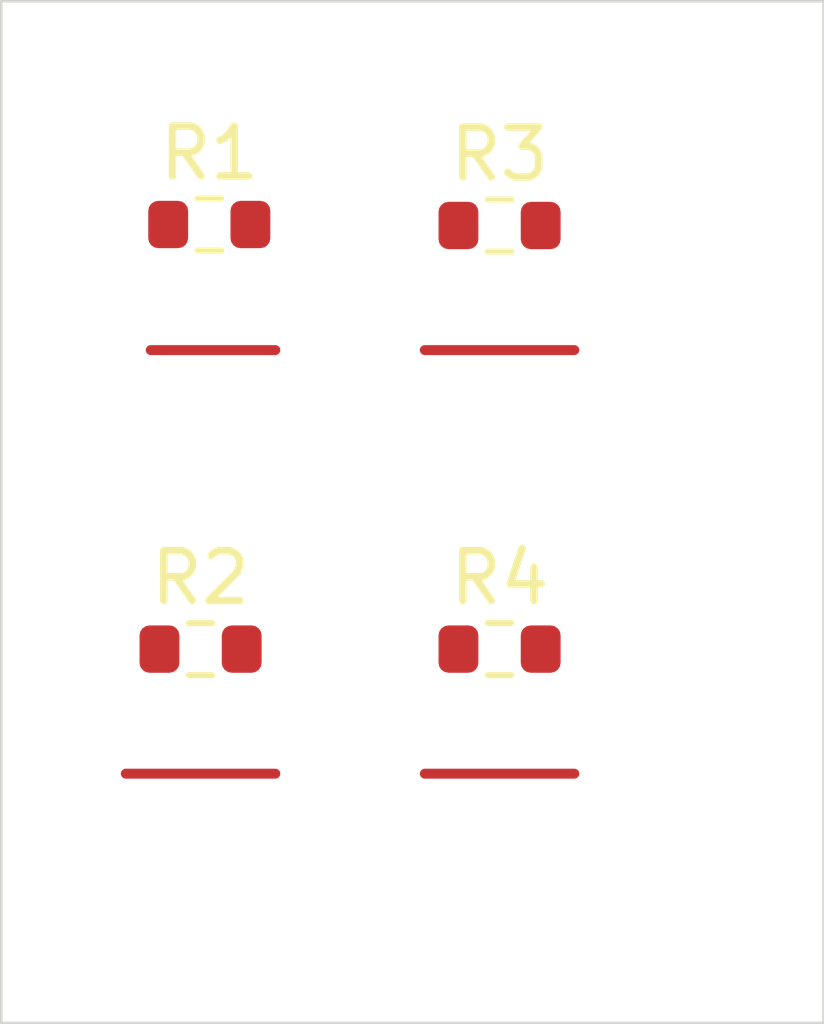
<source format=kicad_pcb>
(kicad_pcb (version 20241010) (generator "pcbnew") (generator_version "8.99")
  (layers (0 "F.Cu" signal) (2 "B.Cu" signal) (13 "F.Paste" user) (15 "B.Paste" user) (5 "F.SilkS" user "F.Silkscreen") (7 "B.SilkS" user "B.Silkscreen") (1 "F.Mask" user) (3 "B.Mask" user) (25 "Edge.Cuts" user))
  (net 0 "")
  (footprint "Resistor_SMD:R_0603_1608Metric" (layer "F.Cu") (at 101 70)
    (property "Reference" "R4" (at 0 -1.43 0) (layer "F.SilkS"))
    (property "Value" "R")
    (fp_line (start -0.237258 -0.5225) (end 0.237258 -0.5225) (stroke (width 0.12)) (layer "F.SilkS"))
    (fp_line (start -0.237258 0.5225) (end 0.237258 0.5225) (stroke (width 0.12)) (layer "F.SilkS"))
    (pad "1" smd roundrect (at -0.825 0) (size 0.8 0.95) (layers "F.Cu" "F.Mask" "F.Paste"))
    (pad "2" smd roundrect (at 0.825 0) (size 0.8 0.95) (layers "F.Cu" "F.Mask" "F.Paste"))
  )
  (footprint "Resistor_SMD:R_0603_1608Metric" (layer "F.Cu") (at 95 70)
    (property "Reference" "R2" (at 0 -1.43 0) (layer "F.SilkS"))
    (property "Value" "R")
    (fp_line (start -0.237258 -0.5225) (end 0.237258 -0.5225) (stroke (width 0.12)) (layer "F.SilkS"))
    (fp_line (start -0.237258 0.5225) (end 0.237258 0.5225) (stroke (width 0.12)) (layer "F.SilkS"))
    (pad "1" smd roundrect (at -0.825 0) (size 0.8 0.95) (layers "F.Cu" "F.Mask" "F.Paste"))
    (pad "2" smd roundrect (at 0.825 0) (size 0.8 0.95) (layers "F.Cu" "F.Mask" "F.Paste"))
  )
  (footprint "Resistor_SMD:R_0603_1608Metric" (layer "F.Cu") (at 95.175 61.48)
    (property "Reference" "R1" (at 0 -1.43 0) (layer "F.SilkS"))
    (property "Value" "R")
    (fp_line (start -0.237258 -0.5225) (end 0.237258 -0.5225) (stroke (width 0.12)) (layer "F.SilkS"))
    (fp_line (start -0.237258 0.5225) (end 0.237258 0.5225) (stroke (width 0.12)) (layer "F.SilkS"))
    (pad "1" smd roundrect (at -0.825 0) (size 0.8 0.95) (layers "F.Cu" "F.Mask" "F.Paste"))
    (pad "2" smd roundrect (at 0.825 0) (size 0.8 0.95) (layers "F.Cu" "F.Mask" "F.Paste"))
  )
  (footprint "Resistor_SMD:R_0603_1608Metric" (layer "F.Cu") (at 101 61.5)
    (property "Reference" "R3" (at 0 -1.43 0) (layer "F.SilkS"))
    (property "Value" "R")
    (fp_line (start -0.237258 -0.5225) (end 0.237258 -0.5225) (stroke (width 0.12)) (layer "F.SilkS"))
    (fp_line (start -0.237258 0.5225) (end 0.237258 0.5225) (stroke (width 0.12)) (layer "F.SilkS"))
    (pad "1" smd roundrect (at -0.825 0) (size 0.8 0.95) (layers "F.Cu" "F.Mask" "F.Paste"))
    (pad "2" smd roundrect (at 0.825 0) (size 0.8 0.95) (layers "F.Cu" "F.Mask" "F.Paste"))
  )
  (gr_line (start 107.5 77.5) (end 91 77.5) (stroke (width 0.05)) (layer "Edge.Cuts"))
  (gr_line (start 91 77.5) (end 91 57) (stroke (width 0.05)) (layer "Edge.Cuts"))
  (gr_line (start 91 57) (end 107.5 57) (stroke (width 0.05)) (layer "Edge.Cuts"))
  (gr_line (start 107.5 57) (end 107.5 77.5) (stroke (width 0.05)) (layer "Edge.Cuts"))
  (segment (start 99.5 72.5) (end 102.5 72.5) (width 0.2) (layer "F.Cu") (net 0))
  (segment (start 96.5 72.5) (end 93.5 72.5) (width 0.2) (layer "F.Cu") (net 0))
  (segment (start 94 64) (end 96.5 64) (width 0.2) (layer "F.Cu") (net 0))
  (segment (start 99.5 64) (end 102.5 64) (width 0.2) (layer "F.Cu") (net 0))
)
</source>
